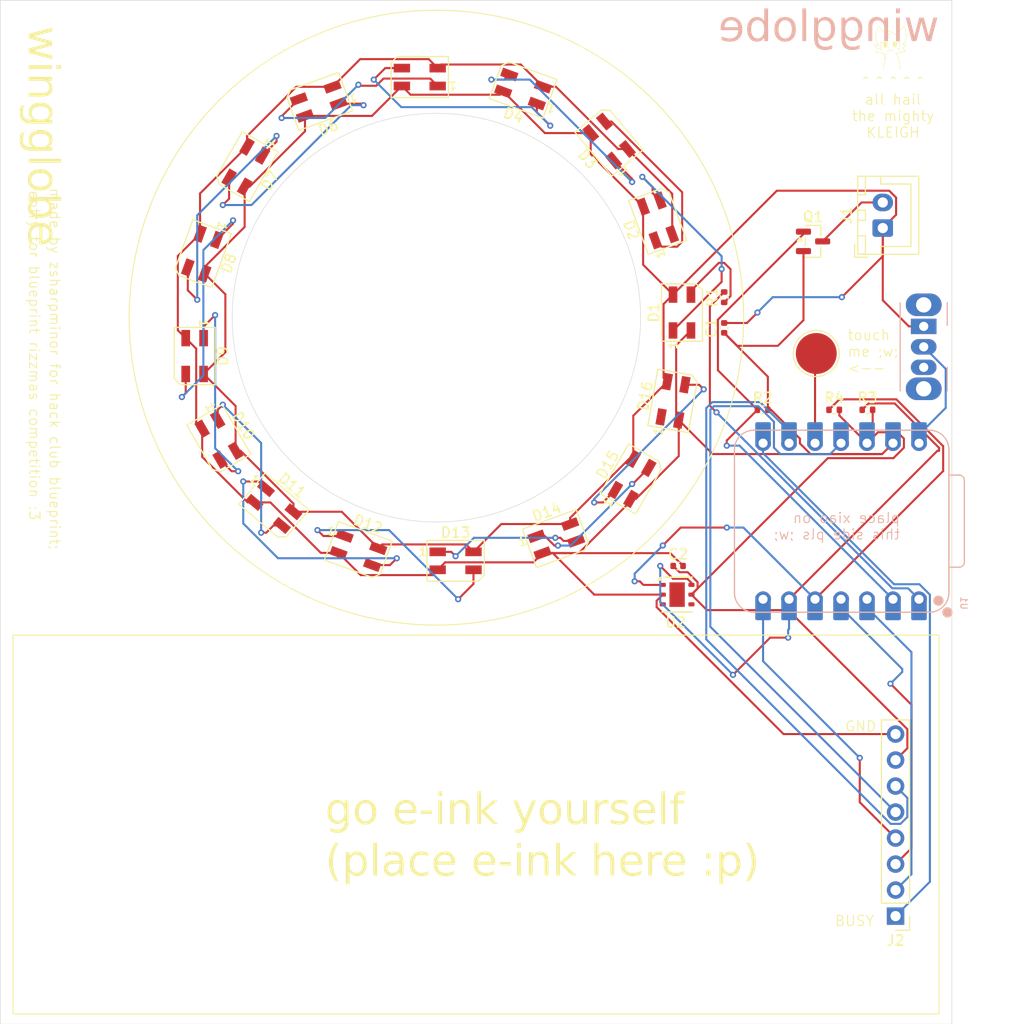
<source format=kicad_pcb>
(kicad_pcb (version 20241229) (generator "pcbnew") (generator_version "9.0")
  (layers (0 "F.Cu" signal) (2 "B.Cu" signal) (13 "F.Paste" user) (15 "B.Paste" user) (5 "F.SilkS" user "F.Silkscreen") (7 "B.SilkS" user "B.Silkscreen") (1 "F.Mask" user) (3 "B.Mask" user) (25 "Edge.Cuts" user))
  (net 0 "")
  (net 1 "GND")
  (net 2 "+5V")
  (net 3 "+3V3")
  (net 4 "Net-(D1-DOUT)")
  (net 5 "LED_DATA")
  (net 6 "Net-(D2-DOUT)")
  (net 7 "Net-(D3-DOUT)")
  (net 8 "Net-(D4-DOUT)")
  (net 9 "Net-(D5-DOUT)")
  (net 10 "Net-(D6-DOUT)")
  (net 11 "Net-(D7-DOUT)")
  (net 12 "Net-(D8-DOUT)")
  (net 13 "Net-(D10-DIN)")
  (net 14 "Net-(D10-DOUT)")
  (net 15 "Net-(D11-DOUT)")
  (net 16 "Net-(D12-DOUT)")
  (net 17 "Net-(D13-DOUT)")
  (net 18 "Net-(D14-DOUT)")
  (net 19 "Net-(D15-DOUT)")
  (net 21 "Net-(J1-Pin_2)")
  (net 22 "SCL1")
  (net 23 "CS")
  (net 24 "RES")
  (net 25 "SDA1")
  (net 26 "DC")
  (net 27 "BUSY")
  (net 28 "FAN_PWM")
  (net 29 "Net-(U1-GPIO1{slash}D0{slash}A0)")
  (net 30 "SCL")
  (net 31 "SDA")
  (net 32 "Net-(SW1-B)")
  (net 34 "Net-(U1-GPIO8{slash}D9{slash}A9{slash}MISO)")
  (footprint "LED_SMD:LED_SK6812MINI_PLCC4_3.5x3.5mm_P1.75mm" (layer "F.Cu") (at 97 74.75 -110)
    (property "Reference" "D8")
    (property "Value" "SK6812MINI")
  )
  (footprint "LED_SMD:LED_SK6812MINI_PLCC4_3.5x3.5mm_P1.75mm" (layer "F.Cu") (at 108.375 59.875 -160)
    (property "Reference" "D6")
    (property "Value" "SK6812MINI")
  )
  (footprint "LED_SMD:LED_SK6812MINI_PLCC4_3.5x3.5mm_P1.75mm" (layer "F.Cu") (at 98.617228 92.921956 -60)
    (property "Reference" "D10")
    (property "Value" "SK6812MINI")
  )
  (footprint "LED_SMD:LED_SK6812MINI_PLCC4_3.5x3.5mm_P1.75mm" (layer "F.Cu") (at 128.345194 58.670766 160)
    (property "Reference" "D4")
    (property "Value" "SK6812MINI")
  )
  (footprint "LED_SMD:LED_SK6812MINI_PLCC4_3.5x3.5mm_P1.75mm" (layer "F.Cu") (at 112.25 103.75 -20)
    (property "Reference" "D12")
    (property "Value" "SK6812MINI")
  )
  (footprint "Connector_JST:JST_XH_B2B-XH-A_1x02_P2.50mm_Vertical" (layer "F.Cu") (at 163.5 72.25 90)
    (property "Reference" "J1")
    (property "Value" "Conn_01x02")
  )
  (footprint "Package_TO_SOT_SMD:SOT-23" (layer "F.Cu") (at 156.6875 73.55)
    (property "Reference" "Q1")
    (property "Value" "AO3400A")
  )
  (footprint "Resistor_SMD:R_0402_1005Metric" (layer "F.Cu") (at 151.76 90)
    (property "Reference" "R2")
    (property "Value" "10k")
  )
  (footprint "LED_SMD:LED_SK6812MINI_PLCC4_3.5x3.5mm_P1.75mm" (layer "F.Cu") (at 141.5 71.5 110)
    (property "Reference" "D2")
    (property "Value" "SK6812MINI")
  )
  (footprint "LED_SMD:LED_SK6812MINI_PLCC4_3.5x3.5mm_P1.75mm" (layer "F.Cu") (at 121.75 104.75)
    (property "Reference" "D13")
    (property "Value" "SK6812MINI")
  )
  (footprint "LED_SMD:LED_SK6812MINI_PLCC4_3.5x3.5mm_P1.75mm" (layer "F.Cu") (at 136.75 63.75 130)
    (property "Reference" "D3")
    (property "Value" "SK6812MINI")
  )
  (footprint "LED_SMD:LED_SK6812MINI_PLCC4_3.5x3.5mm_P1.75mm" (layer "F.Cu") (at 139 96.75 60)
    (property "Reference" "D15")
    (property "Value" "SK6812MINI")
  )
  (footprint "Resistor_SMD:R_0402_1005Metric" (layer "F.Cu") (at 162 90)
    (property "Reference" "R3")
    (property "Value" "4.7k")
  )
  (footprint "PO:bjk" (layer "F.Cu") (at 164.25 54.5)
    (property "Reference" "G***" (hide yes))
    (property "Value" "LOGO" (hide yes))
  )
  (footprint "TestPoint:TestPoint_Pad_D4.0mm" (layer "F.Cu") (at 157 84.5)
    (property "Reference" "TP1" (hide yes))
    (property "Value" "TOUCH")
  )
  (footprint "LED_SMD:LED_SK6812MINI_PLCC4_3.5x3.5mm_P1.75mm" (layer "F.Cu") (at 143 89.125356 80)
    (property "Reference" "D16")
    (property "Value" "SK6812MINI")
  )
  (footprint "LED_SMD:LED_SK6812MINI_PLCC4_3.5x3.5mm_P1.75mm" (layer "F.Cu") (at 143.875 80.5 90)
    (property "Reference" "D1")
    (property "Value" "SK6812MINI")
  )
  (footprint "Capacitor_SMD:C_0402_1005Metric" (layer "F.Cu") (at 143.5 105.25)
    (property "Reference" "C2")
    (property "Value" "0.1uF")
  )
  (footprint "Resistor_SMD:R_0402_1005Metric" (layer "F.Cu") (at 148 79 90)
    (property "Reference" "R1")
    (property "Value" "330")
  )
  (footprint "LED_SMD:LED_SK6812MINI_PLCC4_3.5x3.5mm_P1.75mm" (layer "F.Cu") (at 118.25 57.5 180)
    (property "Reference" "D5" (hide yes))
    (property "Value" "SK6812MINI")
  )
  (footprint "Connector_PinHeader_2.54mm:PinHeader_1x08_P2.54mm_Vertical" (layer "F.Cu") (at 164.75 139.45 180)
    (property "Reference" "J2")
    (property "Value" "Conn_01x08")
  )
  (footprint "Package_SON:Texas_PWSON-N6" (layer "F.Cu") (at 143.4 108.05)
    (property "Reference" "U2")
    (property "Value" "HDC1080")
  )
  (footprint "LED_SMD:LED_SK6812MINI_PLCC4_3.5x3.5mm_P1.75mm" (layer "F.Cu") (at 96.25 84.75 -90)
    (property "Reference" "D9")
    (property "Value" "SK6812MINI")
  )
  (footprint "LED_SMD:LED_SK6812MINI_PLCC4_3.5x3.5mm_P1.75mm" (layer "F.Cu") (at 104 99.5 -40)
    (property "Reference" "D11")
    (property "Value" "SK6812MINI")
  )
  (footprint "Resistor_SMD:R_0402_1005Metric" (layer "F.Cu") (at 158.75 90)
    (property "Reference" "R4")
    (property "Value" "4.7k")
  )
  (footprint "LED_SMD:LED_SK6812MINI_PLCC4_3.5x3.5mm_P1.75mm" (layer "F.Cu") (at 131.595194 102.579234 20)
    (property "Reference" "D14")
    (property "Value" "SK6812MINI")
  )
  (footprint "Capacitor_SMD:C_0402_1005Metric" (layer "F.Cu") (at 148 82 -90)
    (property "Reference" "C1")
    (property "Value" "10 uF")
  )
  (footprint "LED_SMD:LED_SK6812MINI_PLCC4_3.5x3.5mm_P1.75mm" (layer "F.Cu") (at 101.25 66.25 -120)
    (property "Reference" "D7")
    (property "Value" "SK6812MINI")
  )
  (footprint "OPL:XIAO-ESP32S3-DIP" (layer "B.Cu") (at 159.42 100.88 90)
    (property "Reference" "U1")
    (property "Value" "XIAO-ESP32-S3-DIP")
  )
  (footprint "Button_Switch_THT:SW_Slide_SPDT_Angled_CK_OS102011MA1Q" (layer "B.Cu") (at 167.5 81.85 -90)
    (property "Reference" "SW1" (hide yes))
    (property "Value" "SW_SPDT")
  )
  (gr_rect (start 78.5 112) (end 169 149) (stroke (width 0.1)) (fill no) (layer "F.SilkS"))
  (gr_circle (center 119.875 81) (end 144.625 98) (stroke (width 0.1)) (fill no) (layer "F.SilkS"))
  (gr_circle (center 119.875 81) (end 139.375 85.25) (stroke (width 0.05)) (fill no) (layer "Edge.Cuts"))
  (gr_rect (start 77.25 50) (end 170.25 150) (stroke (width 0.05)) (fill no) (layer "Edge.Cuts"))
  (gr_text "go e-ink yourself\n(place e-ink here :p)" (at 109 136 0) (layer "F.SilkS") (effects (font (size 3 3) (thickness 0.1)) (justify left bottom)))
  (gr_text "wingglobe" (at 79.5 52.5 270) (layer "F.SilkS") (effects (font (size 3 3) (thickness 0.1)) (justify left bottom)))
  (gr_text "touch\nme ;w;\n<--" (at 160 86.5 0) (layer "F.SilkS") (effects (font (size 1 1) (thickness 0.1)) (justify left bottom)))
  (gr_text "BUSY\n" (at 158.75 140.5 0) (layer "F.SilkS") (effects (font (size 1 1) (thickness 0.1)) (justify left bottom)))
  (gr_text "made by zsharpminor for hack club blueprint;" (at 82 68.25 270) (layer "F.SilkS") (effects (font (size 1 1) (thickness 0.1)) (justify left bottom)))
  (gr_text "GND\n" (at 159.75 121.5 0) (layer "F.SilkS") (effects (font (size 1 1) (thickness 0.1)) (justify left bottom)))
  (gr_text "entry for blueprint rizzmas competition :3" (at 80 68.5 270) (layer "F.SilkS") (effects (font (size 1 1) (thickness 0.1)) (justify left bottom)))
  (gr_text "^ ^ ^ ^ ^\nall hail\nthe mighty\nKLEIGH" (at 164.5 63.5 0) (layer "F.SilkS") (effects (font (size 1 1) (thickness 0.1)) (justify bottom)))
  (gr_text "place xiao on\nthis side pls ;w;" (at 165.25 102.75 0) (layer "B.SilkS") (effects (font (size 1 1) (thickness 0.1)) (justify left bottom mirror)))
  (gr_text "wingglobe" (at 169 54.5 0) (layer "B.SilkS") (effects (font (size 3 3) (thickness 0.1)) (justify left bottom mirror)))
  (segment (start 119.480248 106.144752) (end 112.477327 106.144752) (width 0.2) (layer "F.Cu") (net 1))
  (segment (start 94.605249 74.977325) (end 96.776304 72.80627) (width 0.2) (layer "F.Cu") (net 1))
  (segment (start 106.179796 58.454233) (end 109.720195 58.454233) (width 0.2) (layer "F.Cu") (net 1))
  (segment (start 164.5 93.26) (end 163.437 94.323) (width 0.2) (layer "F.Cu") (net 1))
  (segment (start 108.579704 103.973696) (end 103.651418 99.04541) (width 0.2) (layer "F.Cu") (net 1))
  (segment (start 142 108.05) (end 141.399 108.651) (width 0.2) (layer "F.Cu") (net 1))
  (segment (start 155.403 92.81969) (end 155.403 93.28631) (width 0.2) (layer "F.Cu") (net 1))
  (segment (start 120.726 104.899) (end 120 105.625) (width 0.2) (layer "F.Cu") (net 1))
  (segment (start 112.424428 55.75) (end 119.125 55.75) (width 0.2) (layer "F.Cu") (net 1))
  (segment (start 155.75 81.25) (end 153.25 83.75) (width 0.2) (layer "F.Cu") (net 1))
  (segment (start 142.73 104) (end 143.98 105.25) (width 0.2) (layer "F.Cu") (net 1))
  (segment (start 138.545167 64.528139) (end 142.920766 68.903738) (width 0.2) (layer "F.Cu") (net 1))
  (segment (start 96.398816 91.258272) (end 96.398816 84.023816) (width 0.2) (layer "F.Cu") (net 1))
  (segment (start 94.605249 82.230249) (end 94.605249 74.977325) (width 0.2) (layer "F.Cu") (net 1))
  (segment (start 139.37352 98.703044) (end 138.882772 98.703044) (width 0.2) (layer "F.Cu") (net 1))
  (segment (start 131.553079 58.44707) (end 137.634148 64.528139) (width 0.2) (layer "F.Cu") (net 1))
  (segment (start 156.43969 94.323) (end 163.437 94.323) (width 0.2) (layer "F.Cu") (net 1))
  (segment (start 101.367228 63.266801) (end 106.179796 58.454233) (width 0.2) (layer "F.Cu") (net 1))
  (segment (start 137.634148 64.528139) (end 138.545167 64.528139) (width 0.2) (layer "F.Cu") (net 1))
  (segment (start 155.403 93.28631) (end 156.43969 94.323) (width 0.2) (layer "F.Cu") (net 1))
  (segment (start 95.375 83) (end 94.605249 82.230249) (width 0.2) (layer "F.Cu") (net 1))
  (segment (start 102.096984 99.04541) (end 101.435801 99.04541) (width 0.2) (layer "F.Cu") (net 1))
  (segment (start 142.920766 68.903738) (end 142.920766 72.845194) (width 0.2) (layer "F.Cu") (net 1))
  (segment (start 130.288924 58.44707) (end 131.553079 58.44707) (width 0.2) (layer "F.Cu") (net 1))
  (segment (start 143.307129 83.692871) (end 144.75 82.25) (width 0.2) (layer "F.Cu") (net 1))
  (segment (start 155.75 74.5) (end 155.75 81.25) (width 0.2) (layer "F.Cu") (net 1))
  (segment (start 148 82.48) (end 148 82.5) (width 0.2) (layer "F.Cu") (net 1))
  (segment (start 101.349256 64.296955) (end 101.367228 64.296955) (width 0.2) (layer "F.Cu") (net 1))
  (segment (start 120 105.625) (end 119.480248 106.144752) (width 0.2) (layer "F.Cu") (net 1))
  (segment (start 143.307129 90.750019) (end 143.307129 83.692871) (width 0.2) (layer "F.Cu") (net 1))
  (segment (start 96.398816 84.023816) (end 95.375 83) (width 0.2) (layer "F.Cu") (net 1))
  (segment (start 138.882772 98.703044) (end 138.882772 98.907628) (width 0.2) (layer "F.Cu") (net 1))
  (segment (start 103.651418 99.04541) (end 102.096984 99.04541) (width 0.2) (layer "F.Cu") (net 1))
  (segment (start 153.80013 121.67) (end 164.75 121.67) (width 0.2) (layer "F.Cu") (net 1))
  (segment (start 141.399 109.26887) (end 153.80013 121.67) (width 0.2) (layer "F.Cu") (net 1))
  (segment (start 130.25 104) (end 142.73 104) (width 0.2) (layer "F.Cu") (net 1))
  (segment (start 138.882772 98.907628) (end 133.7904 104) (width 0.2) (layer "F.Cu") (net 1))
  (segment (start 153.25 83.75) (end 149.27 83.75) (width 0.2) (layer "F.Cu") (net 1))
  (segment (start 120.348985 56.276015) (end 128.117869 56.276015) (width 0.2) (layer "F.Cu") (net 1))
  (segment (start 120 56.625) (end 120.348985 56.276015) (width 0.2) (layer "F.Cu") (net 1))
  (segment (start 143.557822 91.000712) (end 143.557822 94.518742) (width 0.2) (layer "F.Cu") (net 1))
  (segment (start 128.117869 56.276015) (end 130.288924 58.44707) (width 0.2) (layer "F.Cu") (net 1))
  (segment (start 131.25 104) (end 135.3 108.05) (width 0.2) (layer "F.Cu") (net 1))
  (segment (start 143.557822 91.000712) (end 143.307129 90.750019) (width 0.2) (layer "F.Cu") (net 1))
  (segment (start 109.720195 58.454233) (end 112.424428 55.75) (width 0.2) (layer "F.Cu") (net 1))
  (segment (start 148 82.5) (end 152.27 86.77) (width 0.2) (layer "F.Cu") (net 1))
  (segment (start 101.435801 99.04541) (end 96.984456 94.594065) (width 0.2) (layer "F.Cu") (net 1))
  (segment (start 101.367228 64.296955) (end 101.367228 63.266801) (width 0.2) (layer "F.Cu") (net 1))
  (segment (start 130.25 104) (end 129.351 104.899) (width 0.2) (layer "F.Cu") (net 1))
  (segment (start 163.437 94.323) (end 146.88011 94.323) (width 0.2) (layer "F.Cu") (net 1))
  (segment (start 130.25 104) (end 131.25 104) (width 0.2) (layer "F.Cu") (net 1))
  (segment (start 96.776304 72.80627) (end 96.776304 68.869907) (width 0.2) (layer "F.Cu") (net 1))
  (segment (start 135.3 108.05) (end 142 108.05) (width 0.2) (layer "F.Cu") (net 1))
  (segment (start 96.984456 94.594065) (end 96.984456 91.843912) (width 0.2) (layer "F.Cu") (net 1))
  (segment (start 96.984456 91.843912) (end 96.398816 91.258272) (width 0.2) (layer "F.Cu") (net 1))
  (segment (start 146.88011 94.323) (end 143.557822 91.000712) (width 0.2) (layer "F.Cu") (net 1))
  (segment (start 141.399 108.651) (end 141.399 109.26887) (width 0.2) (layer "F.Cu") (net 1))
  (segment (start 152.27 86.77) (end 152.27 90) (width 0.2) (layer "F.Cu") (net 1))
  (segment (start 129.351 104.899) (end 120.726 104.899) (width 0.2) (layer "F.Cu") (net 1))
  (segment (start 119.125 55.75) (end 120 56.625) (width 0.2) (layer "F.Cu") (net 1))
  (segment (start 152.58331 90) (end 155.403 92.81969) (width 0.2) (layer "F.Cu") (net 1))
  (segment (start 152.27 90) (end 152.58331 90) (width 0.2) (layer "F.Cu") (net 1))
  (segment (start 112.477327 106.144752) (end 110.306271 103.973696) (width 0.2) (layer "F.Cu") (net 1))
  (segment (start 96.776304 68.869907) (end 101.349256 64.296955) (width 0.2) (layer "F.Cu") (net 1))
  (segment (start 133.7904 104) (end 130.25 104) (width 0.2) (layer "F.Cu") (net 1))
  (segment (start 110.306271 103.973696) (end 108.579704 103.973696) (width 0.2) (layer "F.Cu") (net 1))
  (segment (start 143.557822 94.518742) (end 139.37352 98.703044) (width 0.2) (layer "F.Cu") (net 1))
  (segment (start 149.27 83.75) (end 148 82.48) (width 0.2) (layer "F.Cu") (net 1))
  (segment (start 130.478863 62.971861) (end 126.401464 58.894462) (width 0.2) (layer "F.Cu") (net 2))
  (segment (start 142.07531 86.883132) (end 142.07531 79.67469) (width 0.2) (layer "F.Cu") (net 2))
  (segment (start 122.774 103.149) (end 123.5 103.875) (width 0.2) (layer "F.Cu") (net 2))
  (segment (start 99.25 84.375) (end 97.125 86.5) (width 0.2) (layer "F.Cu") (net 2))
  (segment (start 142.442178 87.25) (end 142.07531 86.883132) (width 0.2) (layer "F.Cu") (net 2))
  (segment (start 132.940388 101.158468) (end 132.940388 100.559612) (width 0.2) (layer "F.Cu") (net 2))
  (segment (start 164.12676 68.599) (end 153.151 68.599) (width 0.2) (layer "F.Cu") (net 2))
  (segment (start 110.622015 99.95459) (end 114.193729 103.526304) (width 0.2) (layer "F.Cu") (net 2))
  (segment (start 105.903016 99.95459) (end 110.622015 99.95459) (width 0.2) (layer "F.Cu") (net 2))
  (segment (start 114.571033 103.149) (end 122.774 103.149) (width 0.2) (layer "F.Cu") (net 2))
  (segment (start 123.5 103.875) (end 126.216532 101.158468) (width 0.2) (layer "F.Cu") (net 2))
  (segment (start 126.216532 101.158468) (end 132.940388 101.158468) (width 0.2) (layer "F.Cu") (net 2))
  (segment (start 132.940388 100.559612) (end 138.703044 94.796956) (width 0.2) (layer "F.Cu") (net 2))
  (segment (start 163.5 72.25) (end 163.5 75) (width 0.2) (layer "F.Cu") (net 2))
  (segment (start 140.079234 75.829234) (end 140.079234 70.154806) (width 0.2) (layer "F.Cu") (net 2))
  (segment (start 100.25 94) (end 100.740748 94) (width 0.2) (layer "F.Cu") (net 2))
  (segment (start 97.223696 76.69373) (end 99.25 78.720034) (width 0.2) (layer "F.Cu") (net 2))
  (segment (start 139.117228 94.796956) (end 139.117228 90.57495) (width 0.2) (layer "F.Cu") (net 2))
  (segment (start 101.62352 68.203045) (end 101.132772 68.203045) (width 0.2) (layer "F.Cu") (net 2))
  (segment (start 164.801 70.949) (end 164.801 69.27324) (width 0.2) (layer "F.Cu") (net 2))
  (segment (start 163.5 75) (end 159.5 79) (width 0.2) (layer "F.Cu") (net 2))
  (segment (start 126.401464 58.894462) (end 126.069877 59.226049) (width 0.2) (layer "F.Cu") (net 2))
  (segment (start 153.151 68.599) (end 143 78.75) (width 0.2) (layer "F.Cu") (net 2))
  (segment (start 150.23 81.52) (end 148 81.52) (width 0.2) (layer "F.Cu") (net 2))
  (segment (start 107.029805 61.295767) (end 107.029805 62.79676) (width 0.2) (layer "F.Cu") (net 2))
  (segment (start 117.351049 59.226049) (end 116.5 58.375) (width 0.2) (layer "F.Cu") (net 2))
  (segment (start 166.05 81.85) (end 163.5 79.3) (width 0.2) (layer "F.Cu") (net 2))
  (segment (start 163.5 79.3) (end 163.5 72.25) (width 0.2) (layer "F.Cu") (net 2))
  (segment (start 134.954833 65.030405) (end 134.954833 62.971861) (width 0.2) (layer "F.Cu") (net 2))
  (segment (start 134.954833 62.971861) (end 130.478863 62.971861) (width 0.2) (layer "F.Cu") (net 2))
  (segment (start 126.069877 59.226049) (end 117.351049 59.226049) (width 0.2) (layer "F.Cu") (net 2))
  (segment (start 100.740748 94) (end 105.903016 99.162268) (width 0.2) (layer "F.Cu") (net 2))
  (segment (start 139.117228 90.57495) (end 142.442178 87.25) (width 0.2) (layer "F.Cu") (net 2))
  (segment (start 107.029805 62.79676) (end 101.62352 68.203045) (width 0.2) (layer "F.Cu") (net 2))
  (segment (start 167.5 81.85) (end 166.05 81.85) (width 0.2) (layer "F.Cu") (net 2))
  (segment (start 116.5 58.375) (end 113.579233 61.295767) (width 0.2) (layer "F.Cu") (net 2))
  (segment (start 151.25 80.5) (end 150.23 81.52) (width 0.2) (layer "F.Cu") (net 2))
  (segment (start 97.223696 76.050422) (end 97.223696 76.69373) (width 0.2) (layer "F.Cu") (net 2))
  (segment (start 114.193729 103.526304) (end 114.571033 103.149) (width 0.2) (layer "F.Cu") (net 2))
  (segment (start 100.25 89.625) (end 100.25 94) (width 0.2) (layer "F.Cu") (net 2))
  (segment (start 99.25 78.720034) (end 99.25 84.375) (width 0.2) (layer "F.Cu") (net 2))
  (segment (start 163.5 72.25) (end 164.801 70.949) (width 0.2) (layer "F.Cu") (net 2))
  (segment (start 140.079234 70.154806) (end 134.954833 65.030405) (width 0.2) (layer "F.Cu") (net 2))
  (segment (start 138.703044 94.796956) (end 139.117228 94.796956) (width 0.2) (layer "F.Cu") (net 2))
  (segment (start 142.07531 79.67469) (end 143 78.75) (width 0.2) (layer "F.Cu") (net 2))
  (segment (start 113.579233 61.295767) (end 107.029805 61.295767) (width 0.2) (layer "F.Cu") (net 2))
  (segment (start 97.125 86.5) (end 100.25 89.625) (width 0.2) (layer "F.Cu") (net 2))
  (segment (start 105.903016 99.162268) (end 105.903016 99.95459) (width 0.2) (layer "F.Cu") (net 2))
  (segment (start 164.801 69.27324) (end 164.12676 68.599) (width 0.2) (layer "F.Cu") (net 2))
  (segment (start 101.132772 68.203045) (end 101.132772 72.141346) (width 0.2) (layer "F.Cu") (net 2))
  (segment (start 101.132772 72.141346) (end 97.223696 76.050422) (width 0.2) (layer "F.Cu") (net 2))
  (segment (start 143 78.75) (end 140.079234 75.829234) (width 0.2) (layer "F.Cu") (net 2))
  (via (at 159.5 79) (size 0.6) (drill 0.3) (layers "F.Cu" "B.Cu") (net 2))
  (via (at 151.25 80.5) (size 0.6) (drill 0.3) (layers "F.Cu" "B.Cu") (net 2))
  (segment (start 159.5 79) (end 152.75 79) (width 0.2) (layer "B.Cu") (net 2))
  (segment (start 152.75 79) (end 151.25 80.5) (width 0.2) (layer "B.Cu") (net 2))
  (segment (start 146.313 109.563) (end 144.8 108.05) (width 0.2) (layer "F.Cu") (net 3))
  (segment (start 164.94031 92.197) (end 163.023 92.197) (width 0.2) (layer "F.Cu") (net 3))
  (segment (start 162.51 92.71) (end 161.96 93.26) (width 0.2) (layer "F.Cu") (net 3))
  (segment (start 154.27076 109.563) (end 146.313 109.563) (width 0.2) (layer "F.Cu") (net 3))
  (segment (start 164.75 124.21) (end 165.901 123.059) (width 0.2) (layer "F.Cu") (net 3))
  (segment (start 145.401 106.83113) (end 144.43087 105.861) (width 0.2) (layer "F.Cu") (net 3))
  (segment (start 143.631 105.861) (end 143.02 105.25) (width 0.2) (layer "F.Cu") (net 3))
  (segment (start 165.563 93.70031) (end 165.563 92.81969) (width 0.2) (layer "F.Cu") (net 3))
  (segment (start 165.563 92.81969) (end 164.94031 92.197) (width 0.2) (layer "F.Cu") (net 3))
  (segment (start 144.8 108.05) (end 145.401 107.449) (width 0.2) (layer "F.Cu") (net 3))
  (segment (start 165.901 121.19324) (end 154.27076 109.563) (width 0.2) (layer "F.Cu") (net 3))
  (segment (start 145.401 107.449) (end 145.401 106.83113) (width 0.2) (layer "F.Cu") (net 3))
  (segment (start 144.8 108.05) (end 158.126 94.724) (width 0.2) (layer "F.Cu") (net 3))
  (segment (start 159.26 90.56) (end 161.96 93.26) (width 0.2) (layer "F.Cu") (net 3))
  (segment (start 163.023 92.197) (end 161.96 93.26) (width 0.2) (layer "F.Cu") (net 3))
  (segment (start 165.901 123.059) (end 165.901 121.19324) (width 0.2) (layer "F.Cu") (net 3))
  (segment (start 144.43087 105.861) (end 143.631 105.861) (width 0.2) (layer "F.Cu") (net 3))
  (segment (start 158.126 94.724) (end 164.53931 94.724) (width 0.2) (layer "F.Cu") (net 3))
  (segment (start 164.53931 94.724) (end 165.563 93.70031) (width 0.2) (layer "F.Cu") (net 3))
  (segment (start 159.26 90) (end 159.26 90.56) (width 0.2) (layer "F.Cu") (net 3))
  (segment (start 162.51 90) (end 162.51 92.71) (width 0.2) (layer "F.Cu") (net 3))
  (segment (start 140 67.25) (end 141 68.25) (width 0.2) (layer "F.Cu") (net 4))
  (segment (start 147.75 77.5) (end 147.75 76.25) (width 0.2) (layer "F.Cu") (net 4))
  (segment (start 141 68.25) (end 141 68.832574) (width 0.2) (layer "F.Cu") (net 4))
  (segment (start 143 82.25) (end 147.75 77.5) (width 0.2) (layer "F.Cu") (net 4))
  (segment (start 141 68.832574) (end 141.723696 69.55627) (width 0.2) (layer "F.Cu") (net 4))
  (via (at 147.75 76.25) (size 0.6) (drill 0.3) (layers "F.Cu" "B.Cu") (net 4))
  (via (at 140 67.25) (size 0.6) (drill 0.3) (layers "F.Cu" "B.Cu") (net 4))
  (segment (start 147.75 76.25) (end 147.75 75) (width 0.2) (layer "B.Cu") (net 4))
  (segment (start 147.75 75) (end 140 67.25) (width 0.2) (layer "B.Cu") (net 4))
  (segment (start 148.621 78.889) (end 148.621 76.271057) (width 0.2) (layer "F.Cu") (net 5))
  (segment (start 148 79.51) (end 148.621 78.889) (width 0.2) (layer "F.Cu") (net 5))
  (segment (start 148.621 76.271057) (end 147.998943 75.649) (width 0.2) (layer "F.Cu") (net 5))
  (segment (start 147.476 75.649) (end 144.75 78.375) (width 0.2) (layer "F.Cu") (net 5))
  (segment (start 144.75 78.375) (end 144.75 78.75) (width 0.2) (layer "F.Cu") (net 5))
  (segment (start 147.998943 75.649) (end 147.476 75.649) (width 0.2) (layer "F.Cu") (net 5))
  (segment (start 143.894751 68.754686) (end 136.987048 61.846983) (width 0.2) (layer "F.Cu") (net 6))
  (segment (start 136.987048 61.846983) (end 136.295411 61.846983) (width 0.2) (layer "F.Cu") (net 6))
  (segment (start 141.276304 73.44373) (end 141.900469 74.067895) (width 0.2) (layer "F.Cu") (net 6))
  (segment (start 143.403125 74.067895) (end 143.894751 73.576269) (width 0.2) (layer "F.Cu") (net 6))
  (segment (start 143.894751 73.576269) (end 143.894751 68.754686) (width 0.2) (layer "F.Cu") (net 6))
  (segment (start 141.900469 74.067895) (end 143.403125 74.067895) (width 0.2) (layer "F.Cu") (net 6))
  (segment (start 139 67.448428) (end 139 67.75) (width 0.2) (layer "F.Cu") (net 7))
  (segment (start 137.204589 65.653017) (end 139 67.448428) (width 0.2) (layer "F.Cu") (net 7))
  (segment (start 125.25 57.75) (end 126.5 57.75) (width 0.2) (layer "F.Cu") (net 7))
  (segment (start 126.5 57.75) (end 127 57.25) (width 0.2) (layer "F.Cu") (net 7))
  (via (at 139 67.75) (size 0.6) (drill 0.3) (layers "F.Cu" "B.Cu") (net 7))
  (via (at 125.25 57.75) (size 0.6) (drill 0.3) (layers "F.Cu" "B.Cu") (net 7))
  (segment (start 129 57.75) (end 125.25 57.75) (width 0.2) (layer "B.Cu") (net 7))
  (segment (start 139 67.75) (end 129 57.75) (width 0.2) (layer "B.Cu") (net 7))
  (segment (start 113.75 57.75) (end 114.875 56.625) (width 0.2) (layer "F.Cu") (net 8))
  (segment (start 114.875 56.625) (end 116.5 56.625) (width 0.2) (layer "F.Cu") (net 8))
  (segment (start 129.690388 60.091532) (end 129.690388 60.940388) (width 0.2) (layer "F.Cu") (net 8))
  (segment (start 129.690388 60.940388) (end 131 62.25) (width 0.2) (layer "F.Cu") (net 8))
  (via (at 113.75 57.75) (size 0.6) (drill 0.3) (layers "F.Cu" "B.Cu") (net 8))
  (via (at 131 62.25) (size 0.6) (drill 0.3) (layers "F.Cu" "B.Cu") (net 8))
  (segment (start 131 62.25) (end 129.191233 60.441233) (width 0.2) (layer "B.Cu") (net 8))
  (segment (start 129.191233 60.441233) (end 116.441233 60.441233) (width 0.2) (layer "B.Cu") (net 8))
  (segment (start 116.441233 60.441233) (end 113.75 57.75) (width 0.2) (layer "B.Cu") (net 8))
  (segment (start 119.274 57.649) (end 114.700943 57.649) (width 0.2) (layer "F.Cu") (net 9))
  (segment (start 120 58.375) (end 119.274 57.649) (width 0.2) (layer "F.Cu") (net 9))
  (segment (start 104.75 61.5) (end 104.75 61.332575) (width 0.2) (layer "F.Cu") (net 9))
  (segment (start 114.700943 57.649) (end 113.998943 58.351) (width 0.2) (layer "F.Cu") (net 9))
  (segment (start 113.998943 58.351) (end 112.351 58.351) (width 0.2) (layer "F.Cu") (net 9))
  (segment (start 112.351 58.351) (end 112.25 58.25) (width 0.2) (layer "F.Cu") (net 9))
  (segment (start 104.75 61.332575) (end 106.431271 59.651304) (width 0.2) (layer "F.Cu") (net 9))
  (via (at 104.75 61.5) (size 0.6) (drill 0.3) (layers "F.Cu" "B.Cu") (net 9))
  (via (at 112.25 58.25) (size 0.6) (drill 0.3) (layers "F.Cu" "B.Cu") (net 9))
  (segment (start 112.25 58.25) (end 109 61.5) (width 0.2) (layer "B.Cu") (net 9))
  (segment (start 109 61.5) (end 104.75 61.5) (width 0.2) (layer "B.Cu") (net 9))
  (segment (start 110.318729 60.098696) (end 112.598696 60.098696) (width 0.2) (layer "F.Cu") (net 10))
  (segment (start 99.617228 69.382772) (end 99.617228 67.328044) (width 0.2) (layer "F.Cu") (net 10))
  (segment (start 112.598696 60.098696) (end 112.75 60.25) (width 0.2) (layer "F.Cu") (net 10))
  (segment (start 99 70) (end 99.617228 69.382772) (width 0.2) (layer "F.Cu") (net 10))
  (via (at 99 70) (size 0.6) (drill 0.3) (layers "F.Cu" "B.Cu") (net 10))
  (via (at 112.75 60.25) (size 0.6) (drill 0.3) (layers "F.Cu" "B.Cu") (net 10))
  (segment (start 101.800512 70) (end 99 70) (width 0.2) (layer "B.Cu") (net 10))
  (segment (start 112.75 60.25) (end 111.550512 60.25) (width 0.2) (layer "B.Cu") (net 10))
  (segment (start 111.550512 60.25) (end 101.800512 70) (width 0.2) (layer "B.Cu") (net 10))
  (segment (start 102.882772 65.171956) (end 104.25 63.804728) (width 0.2) (layer "F.Cu") (net 11))
  (segment (start 104.25 63.804728) (end 104.25 63.25) (width 0.2) (layer "F.Cu") (net 11))
  (segment (start 96.5 79.25) (end 95.579234 78.329234) (width 0.2) (layer "F.Cu") (net 11))
  (segment (start 95.579234 78.329234) (end 95.579234 76.095194) (width 0.2) (layer "F.Cu") (net 11))
  (via (at 96.5 79.25) (size 0.6) (drill 0.3) (layers "F.Cu" "B.Cu") (net 11))
  (via (at 104.25 63.25) (size 0.6) (drill 0.3) (layers "F.Cu" "B.Cu") (net 11))
  (segment (start 104.25 63.25) (end 96.5 71) (width 0.2) (layer "B.Cu") (net 11))
  (segment (start 96.5 71) (end 96.5 79.25) (width 0.2) (layer "B.Cu") (net 11))
  (segment (start 95 88.75) (end 95.375 88.375) (width 0.2) (layer "F.Cu") (net 12))
  (segment (start 95.375 88.375) (end 95.375 86.5) (width 0.2) (layer "F.Cu") (net 12))
  (segment (start 98.420766 73.404806) (end 100 71.825572) (width 0.2) (layer "F.Cu") (net 12))
  (segment (start 100 71.825572) (end 100 71.5) (width 0.2) (layer "F.Cu") (net 12))
  (via (at 95 88.75) (size 0.6) (drill 0.3) (layers "F.Cu" "B.Cu") (net 12))
  (via (at 100 71.5) (size 0.6) (drill 0.3) (layers "F.Cu" "B.Cu") (net 12))
  (segment (start 97.101 86.649) (end 95 88.75) (width 0.2) (layer "B.Cu") (net 12))
  (segment (start 100 71.5) (end 97.101 74.399) (width 0.2) (layer "B.Cu") (net 12))
  (segment (start 97.101 74.399) (end 97.101 86.649) (width 0.2) (layer "B.Cu") (net 12))
  (segment (start 99.859456 96) (end 98.734456 94.875) (width 0.2) (layer "F.Cu") (net 13))
  (segment (start 100.5 96) (end 99.859456 96) (width 0.2) (layer "F.Cu") (net 13))
  (segment (start 97.125 81.875) (end 98.25 80.75) (width 0.2) (layer "F.Cu") (net 13))
  (segment (start 97.125 83) (end 97.125 81.875) (width 0.2) (layer "F.Cu") (net 13))
  (via (at 98.25 80.75) (size 0.6) (drill 0.3) (layers "F.Cu" "B.Cu") (net 13))
  (via (at 100.5 96) (size 0.6) (drill 0.3) (layers "F.Cu" "B.Cu") (net 13))
  (segment (start 98.25 80.75) (end 98.25 93.75) (width 0.2) (layer "B.Cu") (net 13))
  (segment (start 98.25 93.75) (end 100.5 96) (width 0.2) (layer "B.Cu") (net 13))
  (segment (start 103.954833 101.295167) (end 104.778138 101.295167) (width 0.2) (layer "F.Cu") (net 14))
  (segment (start 98.5 90) (end 99 89.5) (width 0.2) (layer "F.Cu") (net 14))
  (segment (start 103.25 102) (end 103.954833 101.295167) (width 0.2) (layer "F.Cu") (net 14))
  (segment (start 102.75 102) (end 103.25 102) (width 0.2) (layer "F.Cu") (net 14))
  (segment (start 98.5 90.968912) (end 98.5 90) (width 0.2) (layer "F.Cu") (net 14))
  (via (at 102.75 102) (size 0.6) (drill 0.3) (layers "F.Cu" "B.Cu") (net 14))
  (via (at 99 89.5) (size 0.6) (drill 0.3) (layers "F.Cu" "B.Cu") (net 14))
  (segment (start 99 89.5) (end 102.75 93.25) (width 0.2) (layer "B.Cu") (net 14))
  (segment (start 102.75 93.25) (end 102.75 102) (width 0.2) (layer "B.Cu") (net 14))
  (segment (start 102.517029 97) (end 101 97) (width 0.2) (layer "F.Cu") (net 15))
  (segment (start 116 104.5) (end 115.329233 105.170767) (width 0.2) (layer "F.Cu") (net 15))
  (segment (start 115.329233 105.170767) (end 113.595195 105.170767) (width 0.2) (layer "F.Cu") (net 15))
  (segment (start 103.221862 97.704833) (end 102.517029 97) (width 0.2) (layer "F.Cu") (net 15))
  (via (at 101 97) (size 0.6) (drill 0.3) (layers "F.Cu" "B.Cu") (net 15))
  (via (at 116 104.5) (size 0.6) (drill 0.3) (layers "F.Cu" "B.Cu") (net 15))
  (segment (start 101 97) (end 101 101.099943) (width 0.2) (layer "B.Cu") (net 15))
  (segment (start 104.400057 104.5) (end 116 104.5) (width 0.2) (layer "B.Cu") (net 15))
  (segment (start 101 101.099943) (end 104.400057 104.5) (width 0.2) (layer "B.Cu") (net 15))
  (segment (start 122 108.5) (end 123.5 107) (width 0.2) (layer "F.Cu") (net 16))
  (segment (start 123.5 107) (end 123.5 105.625) (width 0.2) (layer "F.Cu") (net 16))
  (segment (start 110.904805 102.329233) (end 108.829233 102.329233) (width 0.2) (layer "F.Cu") (net 16))
  (segment (start 108.829233 102.329233) (end 108.25 101.75) (width 0.2) (layer "F.Cu") (net 16))
  (via (at 122 108.5) (size 0.6) (drill 0.3) (layers "F.Cu" "B.Cu") (net 16))
  (via (at 108.25 101.75) (size 0.6) (drill 0.3) (layers "F.Cu" "B.Cu") (net 16))
  (segment (start 115.25 101.75) (end 122 108.5) (width 0.2) (layer "B.Cu") (net 16))
  (segment (start 108.25 101.75) (end 115.25 101.75) (width 0.2) (layer "B.Cu") (net 16))
  (segment (start 132 102.5) (end 132.30293 102.80293) (width 0.2) (layer "F.Cu") (net 17))
  (segment (start 131.5 102.5) (end 132 102.5) (width 0.2) (layer "F.Cu") (net 17))
  (segment (start 132.30293 102.80293) (end 133.538924 102.80293) (width 0.2) (layer "F.Cu") (net 17))
  (segment (start 121.326 103.875) (end 121.75 104.299) (width 0.2) (layer "F.Cu") (net 17))
  (segment (start 120 103.875) (end 121.326 103.875) (width 0.2) (layer "F.Cu") (net 17))
  (via (at 131.5 102.5) (size 0.6) (drill 0.3) (layers "F.Cu" "B.Cu") (net 17))
  (via (at 121.75 104.299) (size 0.6) (drill 0.3) (layers "F.Cu" "B.Cu") (net 17))
  (segment (start 123.549 102.5) (end 131.5 102.5) (width 0.2) (layer "B.Cu") (net 17))
  (segment (start 121.75 104.299) (end 123.549 102.5) (width 0.2) (layer "B.Cu") (net 17))
  (segment (start 139 97.25) (end 139.054728 97.25) (width 0.2) (layer "F.Cu") (net 18))
  (segment (start 139.054728 97.25) (end 140.632772 95.671956) (width 0.2) (layer "F.Cu") (net 18))
  (segment (start 130.505595 102.355538) (end 131.409006 103.258949) (width 0.2) (layer "F.Cu") (net 18))
  (segment (start 131.409006 103.258949) (end 131.752983 103.258949) (width 0.2) (layer "F.Cu") (net 18))
  (segment (start 129.651464 102.355538) (end 130.505595 102.355538) (width 0.2) (layer "F.Cu") (net 18))
  (via (at 139 97.25) (size 0.6) (drill 0.3) (layers "F.Cu" "B.Cu") (net 18))
  (via (at 131.752983 103.258949) (size 0.6) (drill 0.3) (layers "F.Cu" "B.Cu") (net 18))
  (segment (start 132.991051 103.258949) (end 139 97.25) (width 0.2) (layer "B.Cu") (net 18))
  (segment (start 131.752983 103.258949) (end 132.991051 103.258949) (width 0.2) (layer "B.Cu") (net 18))
  (segment (start 136.146007 99.049265) (end 135.299265 99.049265) (width 0.2) (layer "F.Cu") (net 19))
  (segment (start 137.367228 97.828044) (end 136.146007 99.049265) (width 0.2) (layer "F.Cu") (net 19))
  (segment (start 145.553885 87.553885) (end 144.165591 87.553885) (width 0.2) (layer "F.Cu") (net 19))
  (segment (start 146 88) (end 145.553885 87.553885) (width 0.2) (layer "F.Cu") (net 19))
  (via (at 135.299265 99.049265) (size 0.6) (drill 0.3) (layers "F.Cu" "B.Cu") (net 19))
  (via (at 146 88) (size 0.6) (drill 0.3) (layers "F.Cu" "B.Cu") (net 19))
  (segment (start 135.299265 99.049265) (end 135.299265 98.700735) (width 0.2) (layer "B.Cu") (net 19))
  (segment (start 135.299265 98.700735) (end 146 88) (width 0.2) (layer "B.Cu") (net 19))
  (segment (start 163.5 69.75) (end 161.425 69.75) (width 0.2) (layer "F.Cu") (net 21))
  (segment (start 161.425 69.75) (end 157.625 73.55) (width 0.2) (layer "F.Cu") (net 21))
  (segment (start 146.248 112.41576) (end 164.27324 130.441) (width 0.2) (layer "B.Cu") (net 22))
  (segment (start 165.901 129.76676) (end 165.901 127.901) (width 0.2) (layer "B.Cu") (net 22))
  (segment (start 151.508726 89.248) (end 146.834957 89.248) (width 0.2) (layer "B.Cu") (net 22))
  (segment (start 154.34 92.079274) (end 151.508726 89.248) (width 0.2) (layer "B.Cu") (net 22))
  (segment (start 165.901 127.901) (end 164.75 126.75) (width 0.2) (layer "B.Cu") (net 22))
  (segment (start 154.34 93.26) (end 154.34 92.079274) (width 0.2) (layer "B.Cu") (net 22))
  (segment (start 146.834957 89.248) (end 146.248 89.834957) (width 0.2) (layer "B.Cu") (net 22))
  (segment (start 165.22676 130.441) (end 165.901 129.76676) (width 0.2) (layer "B.Cu") (net 22))
  (segment (start 164.27324 130.441) (end 165.22676 130.441) (width 0.2) (layer "B.Cu") (net 22))
  (segment (start 146.248 89.834957) (end 146.248 112.41576) (width 0.2) (layer "B.Cu") (net 22))
  (segment (start 166.302 135.358) (end 164.75 136.91) (width 0.2) (layer "B.Cu") (net 23))
  (segment (start 161.96 109.335) (end 166.302 113.677) (width 0.2) (layer "B.Cu") (net 23))
  (segment (start 166.302 113.677) (end 166.302 135.358) (width 0.2) (layer "B.Cu") (net 23))
  (segment (start 161.25 124) (end 161.25 128.33) (width 0.2) (layer "F.Cu") (net 24))
  (segment (start 161.25 128.33) (end 164.75 131.83) (width 0.2) (layer "F.Cu") (net 24))
  (via (at 161.25 124) (size 0.6) (drill 0.3) (layers "F.Cu" "B.Cu") (net 24))
  (segment (start 151.8 114.55) (end 161.25 124) (width 0.2) (layer "B.Cu") (net 24))
  (segment (start 151.8 109.335) (end 151.8 114.55) (width 0.2) (layer "B.Cu") (net 24))
  (segment (start 151.342626 89.649) (end 147.001057 89.649) (width 0.2) (layer "B.Cu") (net 25))
  (segment (start 152.863 91.169374) (end 151.342626 89.649) (width 0.2) (layer "B.Cu") (net 25))
  (segment (start 146.649 90.001057) (end 146.649 111.189) (width 0.2) (layer "B.Cu") (net 25))
  (segment (start 147.001057 89.649) (end 146.649 90.001057) (width 0.2) (layer "B.Cu") (net 25))
  (segment (start 153.48569 94.323) (end 152.863 93.70031) (width 0.2) (layer "B.Cu") (net 25))
  (segment (start 159.42 93.26) (end 158.357 94.323) (width 0.2) (layer "B.Cu") (net 25))
  (segment (start 152.863 93.70031) (end 152.863 91.169374) (width 0.2) (layer "B.Cu") (net 25))
  (segment (start 158.357 94.323) (end 153.48569 94.323) (width 0.2) (layer "B.Cu") (net 25))
  (segment (start 146.649 111.189) (end 164.75 129.29) (width 0.2) (layer "B.Cu") (net 25))
  (segment (start 164.25 116.75) (end 166.302 118.802) (width 0.2) (layer "F.Cu") (net 26))
  (segment (start 166.302 132.818) (end 164.75 134.37) (width 0.2) (layer "F.Cu") (net 26))
  (segment (start 166.302 118.802) (end 166.302 132.818) (width 0.2) (layer "F.Cu") (net 26))
  (via (at 164.25 116.75) (size 0.6) (drill 0.3) (layers "F.Cu" "B.Cu") (net 26))
  (segment (start 165.401 115.599) (end 164.25 116.75) (width 0.2) (layer "B.Cu") (net 26))
  (segment (start 165.401 115.316) (end 165.401 115.599) (width 0.2) (layer "B.Cu") (net 26))
  (segment (start 159.42 109.335) (end 165.401 115.316) (width 0.2) (layer "B.Cu") (net 26))
  (segment (start 151.8 94.2329) (end 164.6031 107.036) (width 0.2) (layer "B.Cu") (net 27))
  (segment (start 164.6031 107.036) (end 167.07931 107.036) (width 0.2) (layer "B.Cu") (net 27))
  (segment (start 168.103 136.097) (end 164.75 139.45) (width 0.2) (layer "B.Cu") (net 27))
  (segment (start 168.103 108.05969) (end 168.103 136.097) (width 0.2) (layer "B.Cu") (net 27))
  (segment (start 167.07931 107.036) (end 168.103 108.05969) (width 0.2) (layer "B.Cu") (net 27))
  (segment (start 151.8 92.425) (end 151.8 94.2329) (width 0.2) (layer "B.Cu") (net 27))
  (segment (start 147.389 86.139) (end 151.25 90) (width 0.2) (layer "F.Cu") (net 28))
  (segment (start 155.75 72.6) (end 155.75 72.83245) (width 0.2) (layer "F.Cu") (net 28))
  (segment (start 155.75 72.83245) (end 147.389 81.19345) (width 0.2) (layer "F.Cu") (net 28))
  (segment (start 148.25 93) (end 148.25 93.5) (width 0.2) (layer "F.Cu") (net 28))
  (segment (start 147.389 81.19345) (end 147.389 86.139) (width 0.2) (layer "F.Cu") (net 28))
  (segment (start 151.25 90) (end 148.25 93) (width 0.2) (layer "F.Cu") (net 28))
  (via (at 148.25 93.5) (size 0.6) (drill 0.3) (layers "F.Cu" "B.Cu") (net 28))
  (segment (start 149.5 93.5) (end 164.5 108.5) (width 0.2) (layer "B.Cu") (net 28))
  (segment (start 148.25 93.5) (end 149.5 93.5) (width 0.2) (layer "B.Cu") (net 28))
  (segment (start 146.601 79.889) (end 146.601 89.601) (width 0.2) (layer "F.Cu") (net 29))
  (segment (start 148 78.49) (end 146.601 79.889) (width 0.2) (layer "F.Cu") (net 29))
  (segment (start 146.601 89.601) (end 147.25 90.25) (width 0.2) (layer "F.Cu") (net 29))
  (via (at 147.25 90.25) (size 0.6) (drill 0.3) (layers "F.Cu" "B.Cu") (net 29))
  (segment (start 165.977 107.437) (end 167.04 108.5) (width 0.2) (layer "B.Cu") (net 29))
  (segment (start 147.25 90.25) (end 164.437 107.437) (width 0.2) (layer "B.Cu") (net 29))
  (segment (start 164.437 107.437) (end 165.977 107.437) (width 0.2) (layer "B.Cu") (net 29))
  (segment (start 144.8 106.898) (end 144.402 106.5) (width 0.2) (layer "F.Cu") (net 30))
  (segment (start 169 94) (end 168.84 94) (width 0.2) (layer "F.Cu") (net 30))
  (segment (start 144.402 106.5) (end 143 106.5) (width 0.2) (layer "F.Cu") (net 30))
  (segment (start 169 93.71669) (end 169 94) (width 0.2) (layer "F.Cu") (net 30))
  (segment (start 161.49 90) (end 162.111 89.379) (width 0.2) (layer "F.Cu") (net 30))
  (segment (start 143 106.5) (end 141.75 105.25) (width 0.2) (layer "F.Cu") (net 30))
  (segment (start 164.66231 89.379) (end 169 93.71669) (width 0.2) (layer "F.Cu") (net 30))
  (segment (start 152.5 112.25) (end 154.25 112.25) (width 0.2) (layer "F.Cu") (net 30))
  (segment (start 162.111 89.379) (end 164.66231 89.379) (width 0.2) (layer "F.Cu") (net 30))
  (segment (start 144.8 107.1) (end 144.8 106.898) (width 0.2) (layer "F.Cu") (net 30))
  (segment (start 168.84 94) (end 154.34 108.5) (width 0.2) (layer "F.Cu") (net 30))
  (segment (start 148.86433 115.88567) (end 152.5 112.25) (width 0.2) (layer "F.Cu") (net 30))
  (via (at 154.25 112.25) (size 0.6) (drill 0.3) (layers "F.Cu" "B.Cu") (net 30))
  (via (at 141.75 105.25) (size 0.6) (drill 0.3) (layers "F.Cu" "B.Cu") (net 30))
  (via (at 148.86433 115.88567) (size 0.6) (drill 0.3) (layers "F.Cu" "B.Cu") (net 30))
  (segment (start 141.75 105.25) (end 141.75 108.77134) (width 0.2) (layer "B.Cu") (net 30))
  (segment (start 154.25 112.25) (end 154.25 111.5) (width 0.2) (layer "B.Cu") (net 30))
  (segment (start 154.25 111.5) (end 154.34 111.41) (width 0.2) (layer "B.Cu") (net 30))
  (segment (start 141.75 108.77134) (end 148.86433 115.88567) (width 0.2) (layer "B.Cu") (net 30))
  (segment (start 154.34 111.41) (end 154.34 109.335) (width 0.2) (layer "B.Cu") (net 30))
  (segment (start 158.24 90) (end 159.262 88.978) (width 0.2) (layer "F.Cu") (net 31))
  (segment (start 139.25 106.75) (end 139.75 106.75) (width 0.2) (layer "F.Cu") (net 31))
  (segment (start 164.82841 88.978) (end 169.401 93.55059) (width 0.2) (layer "F.Cu") (net 31))
  (segment (start 169.401 93.55059) (end 169.401 95.979) (width 0.2) (layer "F.Cu") (net 31))
  (segment (start 148.25 101.5) (end 143.75 101.5) (width 0.2) (layer "F.Cu") (net 31))
  (segment (start 143.75 101.5) (end 142 103.25) (width 0.2) (layer "F.Cu") (net 31))
  (segment (start 169.401 95.979) (end 156.88 108.5) (width 0.2) (layer "F.Cu") (net 31))
  (segment (start 140.1 107.1) (end 142 107.1) (width 0.2) (layer "F.Cu") (net 31))
  (segment (start 159.262 88.978) (end 164.82841 88.978) (width 0.2) (layer "F.Cu") (net 31))
  (segment (start 139.75 106.75) (end 140.1 107.1) (width 0.2) (layer "F.Cu") (net 31))
  (via (at 148.25 101.5) (size 0.6) (drill 0.3) (layers "F.Cu" "B.Cu") (net 31))
  (via (at 142 103.25) (size 0.6) (drill 0.3) (layers "F.Cu" "B.Cu") (net 31))
  (via (at 139.25 106.75) (size 0.6) (drill 0.3) (layers "F.Cu" "B.Cu") (net 31))
  (segment (start 149.88 101.5) (end 148.25 101.5) (width 0.2) (layer "B.Cu") (net 31))
  (segment (start 156.88 108.5) (end 149.88 101.5) (width 0.2) (layer "B.Cu") (net 31))
  (segment (start 139.25 106) (end 139.25 106.75) (width 0.2) (layer "B.Cu") (net 31))
  (segment (start 142 103.25) (end 139.25 106) (width 0.2) (layer "B.Cu") (net 31))
  (segment (start 169.649 85.999) (end 167.5 83.85) (width 0.2) (layer "B.Cu") (net 32))
  (segment (start 169.649 89.816) (end 169.649 85.999) (width 0.2) (layer "B.Cu") (net 32))
  (segment (start 167.04 92.425) (end 169.649 89.816) (width 0.2) (layer "B.Cu") (net 32))
  (segment (start 157 84.5) (end 157 84.75) (width 0.2) (layer "F.Cu") (net 34))
  (segment (start 156.88 84.87) (end 156.88 93.26) (width 0.2) (layer "F.Cu") (net 34))
  (segment (start 157 84.75) (end 156.88 84.87) (width 0.2) (layer "F.Cu") (net 34))
)
</source>
